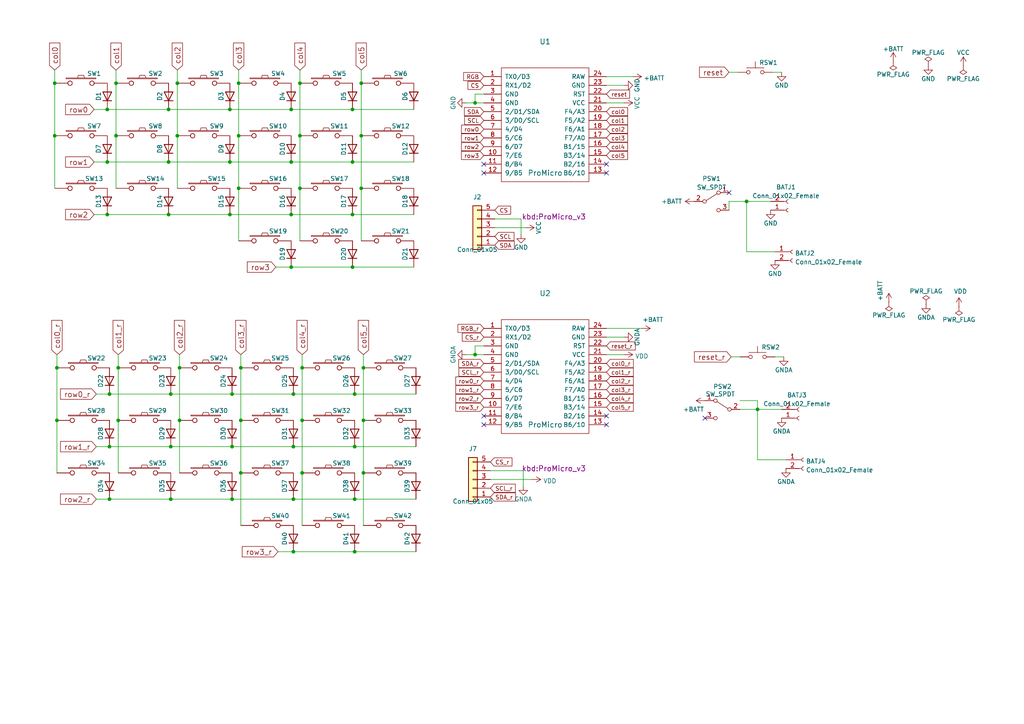
<source format=kicad_sch>
(kicad_sch (version 20230121) (generator eeschema)
  (paper "A4")
  (title_block (title "Corne Light") (date "2020-10-13") (rev "2.0") (company "foostan"))
  (junction (at 86.995 39.37))
  (junction (at 87.63 121.92))
  (junction (at 66.675 46.99))
  (junction (at 31.115 62.23))
  (junction (at 52.07 121.92))
  (junction (at 49.53 114.3))
  (junction (at 31.75 129.54))
  (junction (at 219.71 118.745))
  (junction (at 49.53 144.78))
  (junction (at 137.795 102.87))
  (junction (at 105.41 137.16))
  (junction (at 102.235 31.75))
  (junction (at 51.435 24.13))
  (junction (at 48.895 62.23))
  (junction (at 67.31 114.3))
  (junction (at 85.09 160.02))
  (junction (at 48.895 31.75))
  (junction (at 66.675 31.75))
  (junction (at 31.115 31.75))
  (junction (at 86.995 24.13))
  (junction (at 33.655 24.13))
  (junction (at 87.63 106.68))
  (junction (at 33.655 39.37))
  (junction (at 87.63 137.16))
  (junction (at 105.41 121.92))
  (junction (at 102.235 46.99))
  (junction (at 102.87 144.78))
  (junction (at 102.87 160.02))
  (junction (at 31.115 46.99))
  (junction (at 104.775 54.61))
  (junction (at 85.09 114.3))
  (junction (at 67.31 129.54))
  (junction (at 84.455 31.75))
  (junction (at 84.455 77.47))
  (junction (at 34.29 106.68))
  (junction (at 84.455 62.23))
  (junction (at 102.87 114.3))
  (junction (at 66.675 62.23))
  (junction (at 69.85 121.92))
  (junction (at 69.215 54.61))
  (junction (at 31.75 114.3))
  (junction (at 102.235 62.23))
  (junction (at 69.215 39.37))
  (junction (at 102.235 77.47))
  (junction (at 15.875 39.37))
  (junction (at 34.29 121.92))
  (junction (at 67.31 144.78))
  (junction (at 102.87 129.54))
  (junction (at 51.435 39.37))
  (junction (at 49.53 129.54))
  (junction (at 86.995 54.61))
  (junction (at 69.85 137.16))
  (junction (at 15.875 24.13))
  (junction (at 216.535 58.42))
  (junction (at 105.41 106.68))
  (junction (at 52.07 106.68))
  (junction (at 16.51 106.68))
  (junction (at 31.75 144.78))
  (junction (at 84.455 46.99))
  (junction (at 85.09 144.78))
  (junction (at 104.775 39.37))
  (junction (at 69.85 106.68))
  (junction (at 16.51 121.92))
  (junction (at 85.09 129.54))
  (junction (at 104.775 24.13))
  (junction (at 137.795 29.845))
  (junction (at 69.215 24.13))
  (junction (at 48.895 46.99))
  (no_connect (at 211.455 55.88))
  (no_connect (at 175.895 47.625))
  (no_connect (at 140.335 123.19))
  (no_connect (at 175.895 123.19))
  (no_connect (at 140.335 47.625))
  (no_connect (at 140.335 50.165))
  (no_connect (at 175.895 50.165))
  (no_connect (at 140.335 120.65))
  (no_connect (at 204.47 121.285))
  (no_connect (at 175.895 120.65))
  (wire (pts (xy 104.775 54.61) (xy 104.775 69.85)))
  (wire (pts (xy 104.775 24.13) (xy 104.775 39.37)))
  (wire (pts (xy 15.875 20.32) (xy 15.875 24.13)))
  (wire (pts (xy 34.29 106.68) (xy 34.29 121.92)))
  (wire (pts (xy 27.94 129.54) (xy 31.75 129.54)))
  (wire (pts (xy 86.995 20.32) (xy 86.995 24.13)))
  (wire (pts (xy 34.29 102.87) (xy 34.29 106.68)))
  (wire (pts (xy 175.895 102.87) (xy 180.975 102.87)))
  (wire (pts (xy 69.215 54.61) (xy 69.215 69.85)))
  (wire (pts (xy 219.71 118.745) (xy 226.695 118.745)))
  (wire (pts (xy 142.24 139.065) (xy 154.305 139.065)))
  (wire (pts (xy 105.41 106.68) (xy 105.41 121.92)))
  (wire (pts (xy 49.53 129.54) (xy 67.31 129.54)))
  (wire (pts (xy 66.675 31.75) (xy 84.455 31.75)))
  (wire (pts (xy 102.87 144.78) (xy 120.65 144.78)))
  (wire (pts (xy 31.75 129.54) (xy 49.53 129.54)))
  (wire (pts (xy 48.895 46.99) (xy 66.675 46.99)))
  (wire (pts (xy 27.305 46.99) (xy 31.115 46.99)))
  (wire (pts (xy 105.41 137.16) (xy 105.41 152.4)))
  (wire (pts (xy 16.51 121.92) (xy 16.51 137.16)))
  (wire (pts (xy 31.115 62.23) (xy 48.895 62.23)))
  (wire (pts (xy 137.795 27.305) (xy 137.795 29.845)))
  (wire (pts (xy 216.535 58.42) (xy 216.535 73.025)))
  (wire (pts (xy 219.71 116.205) (xy 219.71 118.745)))
  (wire (pts (xy 102.235 62.23) (xy 120.015 62.23)))
  (wire (pts (xy 87.63 102.87) (xy 87.63 106.68)))
  (wire (pts (xy 227.965 133.35) (xy 219.71 133.35)))
  (wire (pts (xy 212.09 103.505) (xy 214.63 103.505)))
  (wire (pts (xy 84.455 46.99) (xy 102.235 46.99)))
  (wire (pts (xy 135.255 29.845) (xy 137.795 29.845)))
  (wire (pts (xy 16.51 102.87) (xy 16.51 106.68)))
  (wire (pts (xy 224.79 103.505) (xy 227.33 103.505)))
  (wire (pts (xy 84.455 77.47) (xy 102.235 77.47)))
  (wire (pts (xy 31.75 144.78) (xy 49.53 144.78)))
  (wire (pts (xy 175.895 22.225) (xy 183.515 22.225)))
  (wire (pts (xy 84.455 31.75) (xy 102.235 31.75)))
  (wire (pts (xy 137.795 102.87) (xy 140.335 102.87)))
  (wire (pts (xy 52.07 106.68) (xy 52.07 121.92)))
  (wire (pts (xy 33.655 24.13) (xy 33.655 39.37)))
  (wire (pts (xy 102.87 129.54) (xy 120.65 129.54)))
  (wire (pts (xy 137.795 29.845) (xy 140.335 29.845)))
  (wire (pts (xy 151.765 136.525) (xy 151.765 140.97)))
  (wire (pts (xy 69.215 20.32) (xy 69.215 24.13)))
  (wire (pts (xy 140.335 27.305) (xy 137.795 27.305)))
  (wire (pts (xy 85.09 160.02) (xy 102.87 160.02)))
  (wire (pts (xy 211.455 58.42) (xy 211.455 60.96)))
  (wire (pts (xy 175.895 95.25) (xy 186.055 95.25)))
  (wire (pts (xy 175.895 97.79) (xy 180.975 97.79)))
  (wire (pts (xy 216.535 73.025) (xy 224.79 73.025)))
  (wire (pts (xy 137.795 100.33) (xy 137.795 102.87)))
  (wire (pts (xy 85.09 144.78) (xy 102.87 144.78)))
  (wire (pts (xy 151.13 67.945) (xy 151.13 63.5)))
  (wire (pts (xy 105.41 102.87) (xy 105.41 106.68)))
  (wire (pts (xy 66.675 62.23) (xy 84.455 62.23)))
  (wire (pts (xy 175.895 29.845) (xy 180.975 29.845)))
  (wire (pts (xy 224.155 20.955) (xy 226.695 20.955)))
  (wire (pts (xy 52.07 102.87) (xy 52.07 106.68)))
  (wire (pts (xy 214.63 118.745) (xy 219.71 118.745)))
  (wire (pts (xy 33.655 20.32) (xy 33.655 24.13)))
  (wire (pts (xy 27.305 62.23) (xy 31.115 62.23)))
  (wire (pts (xy 175.895 24.765) (xy 180.975 24.765)))
  (wire (pts (xy 211.455 58.42) (xy 216.535 58.42)))
  (wire (pts (xy 211.455 20.955) (xy 213.995 20.955)))
  (wire (pts (xy 142.24 136.525) (xy 151.765 136.525)))
  (wire (pts (xy 67.31 144.78) (xy 85.09 144.78)))
  (wire (pts (xy 51.435 24.13) (xy 51.435 39.37)))
  (wire (pts (xy 31.115 31.75) (xy 48.895 31.75)))
  (wire (pts (xy 102.235 77.47) (xy 120.015 77.47)))
  (wire (pts (xy 219.71 133.35) (xy 219.71 118.745)))
  (wire (pts (xy 67.31 114.3) (xy 85.09 114.3)))
  (wire (pts (xy 104.775 39.37) (xy 104.775 54.61)))
  (wire (pts (xy 48.895 31.75) (xy 66.675 31.75)))
  (wire (pts (xy 51.435 20.32) (xy 51.435 24.13)))
  (wire (pts (xy 69.85 137.16) (xy 69.85 152.4)))
  (wire (pts (xy 216.535 58.42) (xy 223.52 58.42)))
  (wire (pts (xy 69.215 24.13) (xy 69.215 39.37)))
  (wire (pts (xy 140.335 100.33) (xy 137.795 100.33)))
  (wire (pts (xy 102.87 114.3) (xy 120.65 114.3)))
  (wire (pts (xy 34.29 121.92) (xy 34.29 137.16)))
  (wire (pts (xy 49.53 114.3) (xy 67.31 114.3)))
  (wire (pts (xy 105.41 121.92) (xy 105.41 137.16)))
  (wire (pts (xy 15.875 39.37) (xy 15.875 54.61)))
  (wire (pts (xy 49.53 144.78) (xy 67.31 144.78)))
  (wire (pts (xy 66.675 46.99) (xy 84.455 46.99)))
  (wire (pts (xy 15.875 24.13) (xy 15.875 39.37)))
  (wire (pts (xy 84.455 62.23) (xy 102.235 62.23)))
  (wire (pts (xy 51.435 39.37) (xy 51.435 54.61)))
  (wire (pts (xy 102.87 160.02) (xy 120.65 160.02)))
  (wire (pts (xy 135.255 102.87) (xy 137.795 102.87)))
  (wire (pts (xy 87.63 137.16) (xy 87.63 152.4)))
  (wire (pts (xy 80.01 77.47) (xy 84.455 77.47)))
  (wire (pts (xy 85.09 129.54) (xy 102.87 129.54)))
  (wire (pts (xy 86.995 24.13) (xy 86.995 39.37)))
  (wire (pts (xy 104.775 20.32) (xy 104.775 24.13)))
  (wire (pts (xy 27.305 31.75) (xy 31.115 31.75)))
  (wire (pts (xy 86.995 39.37) (xy 86.995 54.61)))
  (wire (pts (xy 31.75 114.3) (xy 49.53 114.3)))
  (wire (pts (xy 143.51 66.04) (xy 152.4 66.04)))
  (wire (pts (xy 69.85 106.68) (xy 69.85 121.92)))
  (wire (pts (xy 102.235 46.99) (xy 120.015 46.99)))
  (wire (pts (xy 27.94 144.78) (xy 31.75 144.78)))
  (wire (pts (xy 27.94 114.3) (xy 31.75 114.3)))
  (wire (pts (xy 87.63 106.68) (xy 87.63 121.92)))
  (wire (pts (xy 80.645 160.02) (xy 85.09 160.02)))
  (wire (pts (xy 69.85 102.87) (xy 69.85 106.68)))
  (wire (pts (xy 102.235 31.75) (xy 120.015 31.75)))
  (wire (pts (xy 151.13 63.5) (xy 143.51 63.5)))
  (wire (pts (xy 48.895 62.23) (xy 66.675 62.23)))
  (wire (pts (xy 214.63 116.205) (xy 219.71 116.205)))
  (wire (pts (xy 85.09 114.3) (xy 102.87 114.3)))
  (wire (pts (xy 16.51 106.68) (xy 16.51 121.92)))
  (wire (pts (xy 69.215 39.37) (xy 69.215 54.61)))
  (wire (pts (xy 31.115 46.99) (xy 48.895 46.99)))
  (wire (pts (xy 52.07 121.92) (xy 52.07 137.16)))
  (wire (pts (xy 33.655 39.37) (xy 33.655 54.61)))
  (wire (pts (xy 86.995 54.61) (xy 86.995 69.85)))
  (wire (pts (xy 69.85 121.92) (xy 69.85 137.16)))
  (wire (pts (xy 87.63 121.92) (xy 87.63 137.16)))
  (wire (pts (xy 67.31 129.54) (xy 85.09 129.54)))
  (global_label "col2_r" (shape input) (at 175.895 110.49 0) (effects (font (size 1.1938 1.1938))) (property "Intersheetrefs" "${INTERSHEET_REFS}" (effects hide)))
  (global_label "CS" (shape input) (at 143.51 60.96 0) (effects (font (size 1.1938 1.1938))) (property "Intersheetrefs" "${INTERSHEET_REFS}" (effects hide)))
  (global_label "col3" (shape input) (at 69.215 20.32 90) (effects (font (size 1.524 1.524))) (property "Intersheetrefs" "${INTERSHEET_REFS}" (effects hide)))
  (global_label "RGB" (shape input) (at 140.335 22.225 180) (effects (font (size 1.1938 1.1938))) (property "Intersheetrefs" "${INTERSHEET_REFS}" (effects hide)))
  (global_label "col2_r" (shape input) (at 52.07 102.87 90) (effects (font (size 1.524 1.524))) (property "Intersheetrefs" "${INTERSHEET_REFS}" (effects hide)))
  (global_label "row2" (shape input) (at 140.335 42.545 180) (effects (font (size 1.1938 1.1938))) (property "Intersheetrefs" "${INTERSHEET_REFS}" (effects hide)))
  (global_label "SCL" (shape input) (at 143.51 68.58 0) (effects (font (size 1.1938 1.1938))) (property "Intersheetrefs" "${INTERSHEET_REFS}" (effects hide)))
  (global_label "row0" (shape input) (at 27.305 31.75 180) (effects (font (size 1.524 1.524))) (property "Intersheetrefs" "${INTERSHEET_REFS}" (effects hide)))
  (global_label "reset" (shape input) (at 211.455 20.955 180) (effects (font (size 1.524 1.524))) (property "Intersheetrefs" "${INTERSHEET_REFS}" (effects hide)))
  (global_label "reset_r" (shape input) (at 175.895 100.33 0) (effects (font (size 1.1938 1.1938))) (property "Intersheetrefs" "${INTERSHEET_REFS}" (effects hide)))
  (global_label "col0" (shape input) (at 175.895 32.385 0) (effects (font (size 1.1938 1.1938))) (property "Intersheetrefs" "${INTERSHEET_REFS}" (effects hide)))
  (global_label "col3_r" (shape input) (at 69.85 102.87 90) (effects (font (size 1.524 1.524))) (property "Intersheetrefs" "${INTERSHEET_REFS}" (effects hide)))
  (global_label "row3_r" (shape input) (at 140.335 118.11 180) (effects (font (size 1.1938 1.1938))) (property "Intersheetrefs" "${INTERSHEET_REFS}" (effects hide)))
  (global_label "row3" (shape input) (at 80.01 77.47 180) (effects (font (size 1.524 1.524))) (property "Intersheetrefs" "${INTERSHEET_REFS}" (effects hide)))
  (global_label "col2" (shape input) (at 175.895 37.465 0) (effects (font (size 1.1938 1.1938))) (property "Intersheetrefs" "${INTERSHEET_REFS}" (effects hide)))
  (global_label "SCL_r" (shape input) (at 140.335 107.95 180) (effects (font (size 1.1938 1.1938))) (property "Intersheetrefs" "${INTERSHEET_REFS}" (effects hide)))
  (global_label "row1_r" (shape input) (at 27.94 129.54 180) (effects (font (size 1.524 1.524))) (property "Intersheetrefs" "${INTERSHEET_REFS}" (effects hide)))
  (global_label "col2" (shape input) (at 51.435 20.32 90) (effects (font (size 1.524 1.524))) (property "Intersheetrefs" "${INTERSHEET_REFS}" (effects hide)))
  (global_label "col1_r" (shape input) (at 175.895 107.95 0) (effects (font (size 1.1938 1.1938))) (property "Intersheetrefs" "${INTERSHEET_REFS}" (effects hide)))
  (global_label "col4" (shape input) (at 175.895 42.545 0) (effects (font (size 1.1938 1.1938))) (property "Intersheetrefs" "${INTERSHEET_REFS}" (effects hide)))
  (global_label "reset_r" (shape input) (at 212.09 103.505 180) (effects (font (size 1.524 1.524))) (property "Intersheetrefs" "${INTERSHEET_REFS}" (effects hide)))
  (global_label "SDA" (shape input) (at 140.335 32.385 180) (effects (font (size 1.1938 1.1938))) (property "Intersheetrefs" "${INTERSHEET_REFS}" (effects hide)))
  (global_label "CS" (shape input) (at 140.335 24.765 180) (effects (font (size 1.1938 1.1938))) (property "Intersheetrefs" "${INTERSHEET_REFS}" (effects hide)))
  (global_label "SDA" (shape input) (at 143.51 71.12 0) (effects (font (size 1.1938 1.1938))) (property "Intersheetrefs" "${INTERSHEET_REFS}" (effects hide)))
  (global_label "col0" (shape input) (at 15.875 20.32 90) (effects (font (size 1.524 1.524))) (property "Intersheetrefs" "${INTERSHEET_REFS}" (effects hide)))
  (global_label "row3" (shape input) (at 140.335 45.085 180) (effects (font (size 1.1938 1.1938))) (property "Intersheetrefs" "${INTERSHEET_REFS}" (effects hide)))
  (global_label "row2_r" (shape input) (at 27.94 144.78 180) (effects (font (size 1.524 1.524))) (property "Intersheetrefs" "${INTERSHEET_REFS}" (effects hide)))
  (global_label "CS_r" (shape input) (at 142.24 133.985 0) (effects (font (size 1.1938 1.1938))) (property "Intersheetrefs" "${INTERSHEET_REFS}" (effects hide)))
  (global_label "col3_r" (shape input) (at 175.895 113.03 0) (effects (font (size 1.1938 1.1938))) (property "Intersheetrefs" "${INTERSHEET_REFS}" (effects hide)))
  (global_label "col5_r" (shape input) (at 175.895 118.11 0) (effects (font (size 1.1938 1.1938))) (property "Intersheetrefs" "${INTERSHEET_REFS}" (effects hide)))
  (global_label "row0_r" (shape input) (at 27.94 114.3 180) (effects (font (size 1.524 1.524))) (property "Intersheetrefs" "${INTERSHEET_REFS}" (effects hide)))
  (global_label "col4" (shape input) (at 86.995 20.32 90) (effects (font (size 1.524 1.524))) (property "Intersheetrefs" "${INTERSHEET_REFS}" (effects hide)))
  (global_label "row2" (shape input) (at 27.305 62.23 180) (effects (font (size 1.524 1.524))) (property "Intersheetrefs" "${INTERSHEET_REFS}" (effects hide)))
  (global_label "CS_r" (shape input) (at 140.335 97.79 180) (effects (font (size 1.1938 1.1938))) (property "Intersheetrefs" "${INTERSHEET_REFS}" (effects hide)))
  (global_label "SDA_r" (shape input) (at 140.335 105.41 180) (effects (font (size 1.1938 1.1938))) (property "Intersheetrefs" "${INTERSHEET_REFS}" (effects hide)))
  (global_label "col1" (shape input) (at 33.655 20.32 90) (effects (font (size 1.524 1.524))) (property "Intersheetrefs" "${INTERSHEET_REFS}" (effects hide)))
  (global_label "SCL" (shape input) (at 140.335 34.925 180) (effects (font (size 1.1938 1.1938))) (property "Intersheetrefs" "${INTERSHEET_REFS}" (effects hide)))
  (global_label "col5" (shape input) (at 104.775 20.32 90) (effects (font (size 1.524 1.524))) (property "Intersheetrefs" "${INTERSHEET_REFS}" (effects hide)))
  (global_label "SDA_r" (shape input) (at 142.24 144.145 0) (effects (font (size 1.1938 1.1938))) (property "Intersheetrefs" "${INTERSHEET_REFS}" (effects hide)))
  (global_label "col1_r" (shape input) (at 34.29 102.87 90) (effects (font (size 1.524 1.524))) (property "Intersheetrefs" "${INTERSHEET_REFS}" (effects hide)))
  (global_label "row1_r" (shape input) (at 140.335 113.03 180) (effects (font (size 1.1938 1.1938))) (property "Intersheetrefs" "${INTERSHEET_REFS}" (effects hide)))
  (global_label "col0_r" (shape input) (at 16.51 102.87 90) (effects (font (size 1.524 1.524))) (property "Intersheetrefs" "${INTERSHEET_REFS}" (effects hide)))
  (global_label "col1" (shape input) (at 175.895 34.925 0) (effects (font (size 1.1938 1.1938))) (property "Intersheetrefs" "${INTERSHEET_REFS}" (effects hide)))
  (global_label "col5" (shape input) (at 175.895 45.085 0) (effects (font (size 1.1938 1.1938))) (property "Intersheetrefs" "${INTERSHEET_REFS}" (effects hide)))
  (global_label "row3_r" (shape input) (at 80.645 160.02 180) (effects (font (size 1.524 1.524))) (property "Intersheetrefs" "${INTERSHEET_REFS}" (effects hide)))
  (global_label "col3" (shape input) (at 175.895 40.005 0) (effects (font (size 1.1938 1.1938))) (property "Intersheetrefs" "${INTERSHEET_REFS}" (effects hide)))
  (global_label "row1" (shape input) (at 140.335 40.005 180) (effects (font (size 1.1938 1.1938))) (property "Intersheetrefs" "${INTERSHEET_REFS}" (effects hide)))
  (global_label "reset" (shape input) (at 175.895 27.305 0) (effects (font (size 1.1938 1.1938))) (property "Intersheetrefs" "${INTERSHEET_REFS}" (effects hide)))
  (global_label "col4_r" (shape input) (at 175.895 115.57 0) (effects (font (size 1.1938 1.1938))) (property "Intersheetrefs" "${INTERSHEET_REFS}" (effects hide)))
  (global_label "col4_r" (shape input) (at 87.63 102.87 90) (effects (font (size 1.524 1.524))) (property "Intersheetrefs" "${INTERSHEET_REFS}" (effects hide)))
  (global_label "row0_r" (shape input) (at 140.335 110.49 180) (effects (font (size 1.1938 1.1938))) (property "Intersheetrefs" "${INTERSHEET_REFS}" (effects hide)))
  (global_label "SCL_r" (shape input) (at 142.24 141.605 0) (effects (font (size 1.1938 1.1938))) (property "Intersheetrefs" "${INTERSHEET_REFS}" (effects hide)))
  (global_label "col0_r" (shape input) (at 175.895 105.41 0) (effects (font (size 1.1938 1.1938))) (property "Intersheetrefs" "${INTERSHEET_REFS}" (effects hide)))
  (global_label "RGB_r" (shape input) (at 140.335 95.25 180) (effects (font (size 1.1938 1.1938))) (property "Intersheetrefs" "${INTERSHEET_REFS}" (effects hide)))
  (global_label "row0" (shape input) (at 140.335 37.465 180) (effects (font (size 1.1938 1.1938))) (property "Intersheetrefs" "${INTERSHEET_REFS}" (effects hide)))
  (global_label "col5_r" (shape input) (at 105.41 102.87 90) (effects (font (size 1.524 1.524))) (property "Intersheetrefs" "${INTERSHEET_REFS}" (effects hide)))
  (global_label "row1" (shape input) (at 27.305 46.99 180) (effects (font (size 1.524 1.524))) (property "Intersheetrefs" "${INTERSHEET_REFS}" (effects hide)))
  (global_label "row2_r" (shape input) (at 140.335 115.57 180) (effects (font (size 1.1938 1.1938))) (property "Intersheetrefs" "${INTERSHEET_REFS}" (effects hide)))
  (symbol (lib_id "kbd:ProMicro") (at 158.115 36.195 0) (unit 1) (in_bom no)
    (property "Reference" "U1" (at 158.115 12.065 0) (effects (font (size 1.524 1.524))))
    (property "Value" "ProMicro" (at 158.115 50.165 0) (effects (font (size 1.524 1.524))))
    (property "Footprint" "kbd:ProMicro_v3" (at 160.655 62.865 0) (effects (font (size 1.524 1.524))))
  )
  (symbol (lib_id "kbd:SW_PUSH") (at 41.275 24.13 0) (unit 1)
    (property "Reference" "SW2" (at 45.085 21.336 0))
    (property "Value" "Kailh PG1350" (effects hide))
    (property "Footprint" "kbd:ChocV1_V2_Hotswap" (effects hide))
    (property "LCSC" "C5333465" (effects hide))
  )
  (symbol (lib_id "kbd:D") (at 48.895 27.94 90) (unit 1)
    (property "Reference" "D2" (at 46.355 27.94 0))
    (property "Value" "0805 1n4148 SOD-123" (effects hide))
    (property "Footprint" "kbd:D3_TH" (effects hide))
    (property "Sim.Device" "D" (effects hide))
    (property "Sim.Pins" "1=K 2=A" (effects hide))
    (property "LCSC" "C444720" (effects hide))
    (property "JLC" "0805" (effects hide))
  )
  (symbol (lib_id "kbd:SW_PUSH") (at 59.055 24.13 0) (unit 1)
    (property "Reference" "SW3" (at 62.865 21.336 0))
    (property "Value" "Kailh PG1350" (effects hide))
    (property "Footprint" "kbd:ChocV1_V2_Hotswap" (effects hide))
    (property "LCSC" "C5333465" (effects hide))
  )
  (symbol (lib_id "kbd:D") (at 66.675 27.94 90) (unit 1)
    (property "Reference" "D3" (at 64.135 27.94 0))
    (property "Value" "0805 1n4148 SOD-123" (effects hide))
    (property "Footprint" "kbd:D3_TH" (effects hide))
    (property "Sim.Device" "D" (effects hide))
    (property "Sim.Pins" "1=K 2=A" (effects hide))
    (property "LCSC" "C444720" (effects hide))
    (property "JLC" "0805" (effects hide))
  )
  (symbol (lib_id "kbd:SW_PUSH") (at 76.835 24.13 0) (unit 1)
    (property "Reference" "SW4" (at 80.645 21.336 0))
    (property "Value" "Kailh PG1350" (effects hide))
    (property "Footprint" "kbd:ChocV1_V2_Hotswap" (effects hide))
    (property "LCSC" "C5333465" (effects hide))
  )
  (symbol (lib_id "kbd:SW_PUSH") (at 94.615 24.13 0) (unit 1)
    (property "Reference" "SW5" (at 98.425 21.336 0))
    (property "Value" "Kailh PG1350" (effects hide))
    (property "Footprint" "kbd:ChocV1_V2_Hotswap" (effects hide))
    (property "LCSC" "C5333465" (effects hide))
  )
  (symbol (lib_id "kbd:SW_PUSH") (at 112.395 24.13 0) (unit 1)
    (property "Reference" "SW6" (at 116.205 21.336 0))
    (property "Value" "Kailh PG1350" (effects hide))
    (property "Footprint" "kbd:ChocV1_V2_Hotswap" (effects hide))
    (property "LCSC" "C5333465" (effects hide))
  )
  (symbol (lib_id "kbd:D") (at 84.455 27.94 90) (unit 1)
    (property "Reference" "D4" (at 81.915 27.94 0))
    (property "Value" "0805 1n4148 SOD-123" (effects hide))
    (property "Footprint" "kbd:D3_TH" (effects hide))
    (property "Sim.Device" "D" (effects hide))
    (property "Sim.Pins" "1=K 2=A" (effects hide))
    (property "LCSC" "C444720" (effects hide))
    (property "JLC" "0805" (effects hide))
  )
  (symbol (lib_id "kbd:D") (at 102.235 27.94 90) (unit 1)
    (property "Reference" "D5" (at 99.695 27.94 0))
    (property "Value" "0805 1n4148 SOD-123" (effects hide))
    (property "Footprint" "kbd:D3_TH" (effects hide))
    (property "Sim.Device" "D" (effects hide))
    (property "Sim.Pins" "1=K 2=A" (effects hide))
    (property "LCSC" "C444720" (effects hide))
    (property "JLC" "0805" (effects hide))
  )
  (symbol (lib_id "kbd:D") (at 120.015 27.94 90) (unit 1)
    (property "Reference" "D6" (at 117.475 27.94 0))
    (property "Value" "0805 1n4148 SOD-123" (effects hide))
    (property "Footprint" "kbd:D3_TH" (effects hide))
    (property "Sim.Device" "D" (effects hide))
    (property "Sim.Pins" "1=K 2=A" (effects hide))
    (property "LCSC" "C444720" (effects hide))
    (property "JLC" "0805" (effects hide))
  )
  (symbol (lib_id "kbd:SW_PUSH") (at 23.495 24.13 0) (unit 1)
    (property "Reference" "SW1" (at 27.305 21.336 0))
    (property "Value" "Kailh PG1350" (effects hide))
    (property "Footprint" "kbd:ChocV1_V2_Hotswap" (effects hide))
    (property "LCSC" "C5333465" (effects hide))
  )
  (symbol (lib_id "kbd:D") (at 31.115 27.94 90) (unit 1)
    (property "Reference" "D1" (at 28.575 27.94 0))
    (property "Value" "0805 1n4148 SOD-123" (effects hide))
    (property "Footprint" "kbd:D3_TH" (effects hide))
    (property "Sim.Device" "D" (effects hide))
    (property "Sim.Pins" "1=K 2=A" (effects hide))
    (property "LCSC" "C444720" (effects hide))
    (property "JLC" "0805" (effects hide))
  )
  (symbol (lib_id "kbd:SW_PUSH") (at 41.275 39.37 0) (unit 1)
    (property "Reference" "SW8" (at 45.085 36.576 0))
    (property "Value" "Kailh PG1350" (effects hide))
    (property "Footprint" "kbd:ChocV1_V2_Hotswap" (effects hide))
    (property "LCSC" "C5333465" (effects hide))
  )
  (symbol (lib_id "kbd:D") (at 48.895 43.18 90) (unit 1)
    (property "Reference" "D8" (at 46.355 43.18 0))
    (property "Value" "0805 1n4148 SOD-123" (effects hide))
    (property "Footprint" "kbd:D3_TH" (effects hide))
    (property "Sim.Device" "D" (effects hide))
    (property "Sim.Pins" "1=K 2=A" (effects hide))
    (property "LCSC" "C444720" (effects hide))
    (property "JLC" "0805" (effects hide))
  )
  (symbol (lib_id "kbd:SW_PUSH") (at 59.055 39.37 0) (unit 1)
    (property "Reference" "SW9" (at 62.865 36.576 0))
    (property "Value" "Kailh PG1350" (effects hide))
    (property "Footprint" "kbd:ChocV1_V2_Hotswap" (effects hide))
    (property "LCSC" "C5333465" (effects hide))
  )
  (symbol (lib_id "kbd:D") (at 66.675 43.18 90) (unit 1)
    (property "Reference" "D9" (at 64.135 43.18 0))
    (property "Value" "0805 1n4148 SOD-123" (effects hide))
    (property "Footprint" "kbd:D3_TH" (effects hide))
    (property "Sim.Device" "D" (effects hide))
    (property "Sim.Pins" "1=K 2=A" (effects hide))
    (property "LCSC" "C444720" (effects hide))
    (property "JLC" "0805" (effects hide))
  )
  (symbol (lib_id "kbd:SW_PUSH") (at 76.835 39.37 0) (unit 1)
    (property "Reference" "SW10" (at 80.645 36.576 0))
    (property "Value" "Kailh PG1350" (effects hide))
    (property "Footprint" "kbd:ChocV1_V2_Hotswap" (effects hide))
    (property "LCSC" "C5333465" (effects hide))
  )
  (symbol (lib_id "kbd:SW_PUSH") (at 94.615 39.37 0) (unit 1)
    (property "Reference" "SW11" (at 98.425 36.576 0))
    (property "Value" "Kailh PG1350" (effects hide))
    (property "Footprint" "kbd:ChocV1_V2_Hotswap" (effects hide))
    (property "LCSC" "C5333465" (effects hide))
  )
  (symbol (lib_id "kbd:SW_PUSH") (at 112.395 39.37 0) (unit 1)
    (property "Reference" "SW12" (at 116.205 36.576 0))
    (property "Value" "Kailh PG1350" (effects hide))
    (property "Footprint" "kbd:ChocV1_V2_Hotswap" (effects hide))
    (property "LCSC" "C5333465" (effects hide))
  )
  (symbol (lib_id "kbd:D") (at 84.455 43.18 90) (unit 1)
    (property "Reference" "D10" (at 81.915 43.18 0))
    (property "Value" "0805 1n4148 SOD-123" (effects hide))
    (property "Footprint" "kbd:D3_TH" (effects hide))
    (property "Sim.Device" "D" (effects hide))
    (property "Sim.Pins" "1=K 2=A" (effects hide))
    (property "LCSC" "C444720" (effects hide))
    (property "JLC" "0805" (effects hide))
  )
  (symbol (lib_id "kbd:D") (at 102.235 43.18 90) (unit 1)
    (property "Reference" "D11" (at 99.695 43.18 0))
    (property "Value" "0805 1n4148 SOD-123" (effects hide))
    (property "Footprint" "kbd:D3_TH" (effects hide))
    (property "Sim.Device" "D" (effects hide))
    (property "Sim.Pins" "1=K 2=A" (effects hide))
    (property "LCSC" "C444720" (effects hide))
    (property "JLC" "0805" (effects hide))
  )
  (symbol (lib_id "kbd:D") (at 120.015 43.18 90) (unit 1)
    (property "Reference" "D12" (at 117.475 43.18 0))
    (property "Value" "0805 1n4148 SOD-123" (effects hide))
    (property "Footprint" "kbd:D3_TH" (effects hide))
    (property "Sim.Device" "D" (effects hide))
    (property "Sim.Pins" "1=K 2=A" (effects hide))
    (property "LCSC" "C444720" (effects hide))
    (property "JLC" "0805" (effects hide))
  )
  (symbol (lib_id "kbd:SW_PUSH") (at 23.495 39.37 0) (unit 1)
    (property "Reference" "SW7" (at 27.305 36.576 0))
    (property "Value" "Kailh PG1350" (effects hide))
    (property "Footprint" "kbd:ChocV1_V2_Hotswap" (effects hide))
    (property "LCSC" "C5333465" (effects hide))
  )
  (symbol (lib_id "kbd:D") (at 31.115 43.18 90) (unit 1)
    (property "Reference" "D7" (at 28.575 43.18 0))
    (property "Value" "0805 1n4148 SOD-123" (effects hide))
    (property "Footprint" "kbd:D3_TH" (effects hide))
    (property "Sim.Device" "D" (effects hide))
    (property "Sim.Pins" "1=K 2=A" (effects hide))
    (property "LCSC" "C444720" (effects hide))
    (property "JLC" "0805" (effects hide))
  )
  (symbol (lib_id "kbd:SW_PUSH") (at 41.275 54.61 0) (unit 1)
    (property "Reference" "SW14" (at 45.085 51.816 0))
    (property "Value" "Kailh PG1350" (effects hide))
    (property "Footprint" "kbd:ChocV1_V2_Hotswap" (effects hide))
    (property "LCSC" "C5333465" (effects hide))
  )
  (symbol (lib_id "kbd:D") (at 48.895 58.42 90) (unit 1)
    (property "Reference" "D14" (at 46.355 58.42 0))
    (property "Value" "0805 1n4148 SOD-123" (effects hide))
    (property "Footprint" "kbd:D3_TH" (effects hide))
    (property "Sim.Device" "D" (effects hide))
    (property "Sim.Pins" "1=K 2=A" (effects hide))
    (property "LCSC" "C444720" (effects hide))
    (property "JLC" "0805" (effects hide))
  )
  (symbol (lib_id "kbd:SW_PUSH") (at 59.055 54.61 0) (unit 1)
    (property "Reference" "SW15" (at 62.865 51.816 0))
    (property "Value" "Kailh PG1350" (effects hide))
    (property "Footprint" "kbd:ChocV1_V2_Hotswap" (effects hide))
    (property "LCSC" "C5333465" (effects hide))
  )
  (symbol (lib_id "kbd:D") (at 66.675 58.42 90) (unit 1)
    (property "Reference" "D15" (at 64.135 58.42 0))
    (property "Value" "0805 1n4148 SOD-123" (effects hide))
    (property "Footprint" "kbd:D3_TH" (effects hide))
    (property "Sim.Device" "D" (effects hide))
    (property "Sim.Pins" "1=K 2=A" (effects hide))
    (property "LCSC" "C444720" (effects hide))
    (property "JLC" "0805" (effects hide))
  )
  (symbol (lib_id "kbd:SW_PUSH") (at 76.835 54.61 0) (unit 1)
    (property "Reference" "SW16" (at 80.645 51.816 0))
    (property "Value" "Kailh PG1350" (effects hide))
    (property "Footprint" "kbd:ChocV1_V2_Hotswap" (effects hide))
    (property "LCSC" "C5333465" (effects hide))
  )
  (symbol (lib_id "kbd:SW_PUSH") (at 94.615 54.61 0) (unit 1)
    (property "Reference" "SW17" (at 98.425 51.816 0))
    (property "Value" "Kailh PG1350" (effects hide))
    (property "Footprint" "kbd:ChocV1_V2_Hotswap" (effects hide))
    (property "LCSC" "C5333465" (effects hide))
  )
  (symbol (lib_id "kbd:SW_PUSH") (at 112.395 54.61 0) (unit 1)
    (property "Reference" "SW18" (at 116.205 51.816 0))
    (property "Value" "Kailh PG1350" (effects hide))
    (property "Footprint" "kbd:ChocV1_V2_Hotswap" (effects hide))
    (property "LCSC" "C5333465" (effects hide))
  )
  (symbol (lib_id "kbd:D") (at 84.455 58.42 90) (unit 1)
    (property "Reference" "D16" (at 81.915 58.42 0))
    (property "Value" "0805 1n4148 SOD-123" (effects hide))
    (property "Footprint" "kbd:D3_TH" (effects hide))
    (property "Sim.Device" "D" (effects hide))
    (property "Sim.Pins" "1=K 2=A" (effects hide))
    (property "LCSC" "C444720" (effects hide))
    (property "JLC" "0805" (effects hide))
  )
  (symbol (lib_id "kbd:D") (at 102.235 58.42 90) (unit 1)
    (property "Reference" "D17" (at 99.695 58.42 0))
    (property "Value" "0805 1n4148 SOD-123" (effects hide))
    (property "Footprint" "kbd:D3_TH" (effects hide))
    (property "Sim.Device" "D" (effects hide))
    (property "Sim.Pins" "1=K 2=A" (effects hide))
    (property "LCSC" "C444720" (effects hide))
    (property "JLC" "0805" (effects hide))
  )
  (symbol (lib_id "kbd:D") (at 120.015 58.42 90) (unit 1)
    (property "Reference" "D18" (at 117.475 58.42 0))
    (property "Value" "0805 1n4148 SOD-123" (effects hide))
    (property "Footprint" "kbd:D3_TH" (effects hide))
    (property "Sim.Device" "D" (effects hide))
    (property "Sim.Pins" "1=K 2=A" (effects hide))
    (property "LCSC" "C444720" (effects hide))
    (property "JLC" "0805" (effects hide))
  )
  (symbol (lib_id "kbd:SW_PUSH") (at 23.495 54.61 0) (unit 1)
    (property "Reference" "SW13" (at 27.305 51.816 0))
    (property "Value" "Kailh PG1350" (effects hide))
    (property "Footprint" "kbd:ChocV1_V2_Hotswap" (effects hide))
    (property "LCSC" "C5333465" (effects hide))
  )
  (symbol (lib_id "kbd:D") (at 31.115 58.42 90) (unit 1)
    (property "Reference" "D13" (at 28.575 58.42 0))
    (property "Value" "0805 1n4148 SOD-123" (effects hide))
    (property "Footprint" "kbd:D3_TH" (effects hide))
    (property "Sim.Device" "D" (effects hide))
    (property "Sim.Pins" "1=K 2=A" (effects hide))
    (property "LCSC" "C444720" (effects hide))
    (property "JLC" "0805" (effects hide))
  )
  (symbol (lib_id "kbd:SW_PUSH") (at 94.615 69.85 0) (unit 1)
    (property "Reference" "SW20" (at 98.425 67.056 0))
    (property "Value" "Kailh PG1350" (effects hide))
    (property "Footprint" "kbd:ChocV1_V2_Hotswap" (effects hide))
    (property "LCSC" "C5333465" (effects hide))
  )
  (symbol (lib_id "kbd:D") (at 102.235 73.66 90) (unit 1)
    (property "Reference" "D20" (at 99.695 73.66 0))
    (property "Value" "0805 1n4148 SOD-123" (effects hide))
    (property "Footprint" "kbd:D3_TH" (effects hide))
    (property "Sim.Device" "D" (effects hide))
    (property "Sim.Pins" "1=K 2=A" (effects hide))
    (property "LCSC" "C444720" (effects hide))
    (property "JLC" "0805" (effects hide))
  )
  (symbol (lib_id "kbd:SW_PUSH_1.5") (at 112.395 69.85 0) (unit 1)
    (property "Reference" "SW21" (at 116.205 67.056 0))
    (property "Value" "Kailh PG1350" (effects hide))
    (property "Footprint" "kbd:ChocV1_V2_Hotswap_1.5u" (effects hide))
    (property "LCSC" "C5333465" (effects hide))
  )
  (symbol (lib_id "kbd:D") (at 120.015 73.66 90) (unit 1)
    (property "Reference" "D21" (at 117.475 73.66 0))
    (property "Value" "0805 1n4148 SOD-123" (effects hide))
    (property "Footprint" "kbd:D3_TH" (effects hide))
    (property "Sim.Device" "D" (effects hide))
    (property "Sim.Pins" "1=K 2=A" (effects hide))
    (property "LCSC" "C444720" (effects hide))
    (property "JLC" "0805" (effects hide))
  )
  (symbol (lib_id "kbd:SW_PUSH") (at 76.835 69.85 0) (unit 1)
    (property "Reference" "SW19" (at 80.645 67.056 0))
    (property "Value" "Kailh PG1350" (effects hide))
    (property "Footprint" "kbd:ChocV1_V2_Hotswap" (effects hide))
    (property "LCSC" "C5333465" (effects hide))
  )
  (symbol (lib_id "kbd:D") (at 84.455 73.66 90) (unit 1)
    (property "Reference" "D19" (at 81.915 73.66 0))
    (property "Value" "0805 1n4148 SOD-123" (effects hide))
    (property "Footprint" "kbd:D3_TH" (effects hide))
    (property "Sim.Device" "D" (effects hide))
    (property "Sim.Pins" "1=K 2=A" (effects hide))
    (property "LCSC" "C444720" (effects hide))
    (property "JLC" "0805" (effects hide))
  )
  (symbol (lib_id "power:GND") (at 180.975 24.765 90) (unit 1)
    (property "Reference" "#PWR03" (effects hide))
    (property "Value" "GND" (at 184.785 24.765 0))
  )
  (symbol (lib_id "power:VCC") (at 180.975 29.845 270) (unit 1)
    (property "Reference" "#PWR05" (effects hide))
    (property "Value" "VCC" (at 184.785 29.845 0))
  )
  (symbol (lib_id "power:GND") (at 135.255 29.845 270) (unit 1)
    (property "Reference" "#PWR04" (effects hide))
    (property "Value" "GND" (at 131.445 29.845 0))
  )
  (symbol (lib_id "power:GND") (at 269.24 19.05 0) (unit 1)
    (property "Reference" "#PWR01" (effects hide))
    (property "Value" "GND" (at 269.24 22.86 0))
  )
  (symbol (lib_id "power:VCC") (at 279.4 19.05 0) (unit 1)
    (property "Reference" "#PWR02" (effects hide))
    (property "Value" "VCC" (at 279.4 15.24 0))
  )
  (symbol (lib_id "power:PWR_FLAG") (at 279.4 19.05 180) (unit 1)
    (property "Reference" "#FLG02" (effects hide))
    (property "Value" "PWR_FLAG" (at 279.4 22.86 0))
  )
  (symbol (lib_id "power:PWR_FLAG") (at 269.24 19.05 0) (unit 1)
    (property "Reference" "#FLG01" (effects hide))
    (property "Value" "PWR_FLAG" (at 269.24 15.24 0))
  )
  (symbol (lib_id "kbd:SW_Push_Reset") (at 219.075 20.955 0) (unit 1) (in_bom no)
    (property "Reference" "RSW1" (at 222.885 18.161 0))
    (property "Value" "SW_Push_Reset" (effects hide))
    (property "Footprint" "kbd:ResetSW_1side" (effects hide))
    (property "LCSC" "C5333465" (effects hide))
  )
  (symbol (lib_id "power:GND") (at 226.695 20.955 0) (unit 1)
    (property "Reference" "#PWR07" (effects hide))
    (property "Value" "GND" (at 226.695 24.765 0))
  )
  (symbol (lib_id "Connector_Generic:Conn_01x05") (at 138.43 66.04 180) (unit 1) (in_bom no)
    (property "Reference" "J2" (at 138.43 57.15 0))
    (property "Value" "Conn_01x05" (at 138.43 72.39 0))
    (property "Footprint" "nice_view:nice_view_1side" (effects hide))
  )
  (symbol (lib_id "power:GND") (at 151.13 67.945 0) (unit 1)
    (property "Reference" "#PWR019" (effects hide))
    (property "Value" "GND" (at 151.13 71.755 0))
  )
  (symbol (lib_id "power:VCC") (at 152.4 66.04 270) (unit 1)
    (property "Reference" "#PWR018" (effects hide))
    (property "Value" "VCC" (at 156.21 66.04 0))
  )
  (symbol (lib_id "kbd:ProMicro") (at 158.115 109.22 0) (unit 1) (in_bom no)
    (property "Reference" "U2" (at 158.115 85.09 0) (effects (font (size 1.524 1.524))))
    (property "Value" "ProMicro" (at 158.115 123.19 0) (effects (font (size 1.524 1.524))))
    (property "Footprint" "kbd:ProMicro_v3" (at 160.655 135.89 0) (effects (font (size 1.524 1.524))))
  )
  (symbol (lib_id "kbd:SW_PUSH") (at 41.91 106.68 0) (unit 1)
    (property "Reference" "SW23" (at 45.72 103.886 0))
    (property "Value" "Kailh PG1350" (effects hide))
    (property "Footprint" "kbd:ChocV1_V2_Hotswap" (effects hide))
    (property "LCSC" "C5333465" (effects hide))
  )
  (symbol (lib_id "kbd:D") (at 49.53 110.49 90) (unit 1)
    (property "Reference" "D23" (at 46.99 110.49 0))
    (property "Value" "0805 1n4148 SOD-123" (effects hide))
    (property "Footprint" "kbd:D3_TH" (effects hide))
    (property "Sim.Device" "D" (effects hide))
    (property "Sim.Pins" "1=K 2=A" (effects hide))
    (property "LCSC" "C444720" (effects hide))
    (property "JLC" "0805" (effects hide))
  )
  (symbol (lib_id "kbd:SW_PUSH") (at 59.69 106.68 0) (unit 1)
    (property "Reference" "SW24" (at 63.5 103.886 0))
    (property "Value" "Kailh PG1350" (effects hide))
    (property "Footprint" "kbd:ChocV1_V2_Hotswap" (effects hide))
    (property "LCSC" "C5333465" (effects hide))
  )
  (symbol (lib_id "kbd:D") (at 67.31 110.49 90) (unit 1)
    (property "Reference" "D24" (at 64.77 110.49 0))
    (property "Value" "0805 1n4148 SOD-123" (effects hide))
    (property "Footprint" "kbd:D3_TH" (effects hide))
    (property "Sim.Device" "D" (effects hide))
    (property "Sim.Pins" "1=K 2=A" (effects hide))
    (property "LCSC" "C444720" (effects hide))
    (property "JLC" "0805" (effects hide))
  )
  (symbol (lib_id "kbd:SW_PUSH") (at 77.47 106.68 0) (unit 1)
    (property "Reference" "SW25" (at 81.28 103.886 0))
    (property "Value" "Kailh PG1350" (effects hide))
    (property "Footprint" "kbd:ChocV1_V2_Hotswap" (effects hide))
    (property "LCSC" "C5333465" (effects hide))
  )
  (symbol (lib_id "kbd:SW_PUSH") (at 95.25 106.68 0) (unit 1)
    (property "Reference" "SW26" (at 99.06 103.886 0))
    (property "Value" "Kailh PG1350" (effects hide))
    (property "Footprint" "kbd:ChocV1_V2_Hotswap" (effects hide))
    (property "LCSC" "C5333465" (effects hide))
  )
  (symbol (lib_id "kbd:SW_PUSH") (at 113.03 106.68 0) (unit 1)
    (property "Reference" "SW27" (at 116.84 103.886 0))
    (property "Value" "Kailh PG1350" (effects hide))
    (property "Footprint" "kbd:ChocV1_V2_Hotswap" (effects hide))
    (property "LCSC" "C5333465" (effects hide))
  )
  (symbol (lib_id "kbd:D") (at 85.09 110.49 90) (unit 1)
    (property "Reference" "D25" (at 82.55 110.49 0))
    (property "Value" "0805 1n4148 SOD-123" (effects hide))
    (property "Footprint" "kbd:D3_TH" (effects hide))
    (property "Sim.Device" "D" (effects hide))
    (property "Sim.Pins" "1=K 2=A" (effects hide))
    (property "LCSC" "C444720" (effects hide))
    (property "JLC" "0805" (effects hide))
  )
  (symbol (lib_id "kbd:D") (at 102.87 110.49 90) (unit 1)
    (property "Reference" "D26" (at 100.33 110.49 0))
    (property "Value" "0805 1n4148 SOD-123" (effects hide))
    (property "Footprint" "kbd:D3_TH" (effects hide))
    (property "Sim.Device" "D" (effects hide))
    (property "Sim.Pins" "1=K 2=A" (effects hide))
    (property "LCSC" "C444720" (effects hide))
    (property "JLC" "0805" (effects hide))
  )
  (symbol (lib_id "kbd:D") (at 120.65 110.49 90) (unit 1)
    (property "Reference" "D27" (at 118.11 110.49 0))
    (property "Value" "0805 1n4148 SOD-123" (effects hide))
    (property "Footprint" "kbd:D3_TH" (effects hide))
    (property "Sim.Device" "D" (effects hide))
    (property "Sim.Pins" "1=K 2=A" (effects hide))
    (property "LCSC" "C444720" (effects hide))
    (property "JLC" "0805" (effects hide))
  )
  (symbol (lib_id "kbd:SW_PUSH") (at 24.13 106.68 0) (unit 1)
    (property "Reference" "SW22" (at 27.94 103.886 0))
    (property "Value" "Kailh PG1350" (effects hide))
    (property "Footprint" "kbd:ChocV1_V2_Hotswap" (effects hide))
    (property "LCSC" "C5333465" (effects hide))
  )
  (symbol (lib_id "kbd:D") (at 31.75 110.49 90) (unit 1)
    (property "Reference" "D22" (at 29.21 110.49 0))
    (property "Value" "0805 1n4148 SOD-123" (effects hide))
    (property "Footprint" "kbd:D3_TH" (effects hide))
    (property "Sim.Device" "D" (effects hide))
    (property "Sim.Pins" "1=K 2=A" (effects hide))
    (property "LCSC" "C444720" (effects hide))
    (property "JLC" "0805" (effects hide))
  )
  (symbol (lib_id "kbd:SW_PUSH") (at 41.91 121.92 0) (unit 1)
    (property "Reference" "SW29" (at 45.72 119.126 0))
    (property "Value" "Kailh PG1350" (effects hide))
    (property "Footprint" "kbd:ChocV1_V2_Hotswap" (effects hide))
    (property "LCSC" "C5333465" (effects hide))
  )
  (symbol (lib_id "kbd:D") (at 49.53 125.73 90) (unit 1)
    (property "Reference" "D29" (at 46.99 125.73 0))
    (property "Value" "0805 1n4148 SOD-123" (effects hide))
    (property "Footprint" "kbd:D3_TH" (effects hide))
    (property "Sim.Device" "D" (effects hide))
    (property "Sim.Pins" "1=K 2=A" (effects hide))
    (property "LCSC" "C444720" (effects hide))
    (property "JLC" "0805" (effects hide))
  )
  (symbol (lib_id "kbd:SW_PUSH") (at 59.69 121.92 0) (unit 1)
    (property "Reference" "SW30" (at 63.5 119.126 0))
    (property "Value" "Kailh PG1350" (effects hide))
    (property "Footprint" "kbd:ChocV1_V2_Hotswap" (effects hide))
    (property "LCSC" "C5333465" (effects hide))
  )
  (symbol (lib_id "kbd:D") (at 67.31 125.73 90) (unit 1)
    (property "Reference" "D30" (at 64.77 125.73 0))
    (property "Value" "0805 1n4148 SOD-123" (effects hide))
    (property "Footprint" "kbd:D3_TH" (effects hide))
    (property "Sim.Device" "D" (effects hide))
    (property "Sim.Pins" "1=K 2=A" (effects hide))
    (property "LCSC" "C444720" (effects hide))
    (property "JLC" "0805" (effects hide))
  )
  (symbol (lib_id "kbd:SW_PUSH") (at 77.47 121.92 0) (unit 1)
    (property "Reference" "SW31" (at 81.28 119.126 0))
    (property "Value" "Kailh PG1350" (effects hide))
    (property "Footprint" "kbd:ChocV1_V2_Hotswap" (effects hide))
    (property "LCSC" "C5333465" (effects hide))
  )
  (symbol (lib_id "kbd:SW_PUSH") (at 95.25 121.92 0) (unit 1)
    (property "Reference" "SW32" (at 99.06 119.126 0))
    (property "Value" "Kailh PG1350" (effects hide))
    (property "Footprint" "kbd:ChocV1_V2_Hotswap" (effects hide))
    (property "LCSC" "C5333465" (effects hide))
  )
  (symbol (lib_id "kbd:SW_PUSH") (at 113.03 121.92 0) (unit 1)
    (property "Reference" "SW33" (at 116.84 119.126 0))
    (property "Value" "Kailh PG1350" (effects hide))
    (property "Footprint" "kbd:ChocV1_V2_Hotswap" (effects hide))
    (property "LCSC" "C5333465" (effects hide))
  )
  (symbol (lib_id "kbd:D") (at 85.09 125.73 90) (unit 1)
    (property "Reference" "D31" (at 82.55 125.73 0))
    (property "Value" "0805 1n4148 SOD-123" (effects hide))
    (property "Footprint" "kbd:D3_TH" (effects hide))
    (property "Sim.Device" "D" (effects hide))
    (property "Sim.Pins" "1=K 2=A" (effects hide))
    (property "LCSC" "C444720" (effects hide))
    (property "JLC" "0805" (effects hide))
  )
  (symbol (lib_id "kbd:D") (at 102.87 125.73 90) (unit 1)
    (property "Reference" "D32" (at 100.33 125.73 0))
    (property "Value" "0805 1n4148 SOD-123" (effects hide))
    (property "Footprint" "kbd:D3_TH" (effects hide))
    (property "Sim.Device" "D" (effects hide))
    (property "Sim.Pins" "1=K 2=A" (effects hide))
    (property "LCSC" "C444720" (effects hide))
    (property "JLC" "0805" (effects hide))
  )
  (symbol (lib_id "kbd:D") (at 120.65 125.73 90) (unit 1)
    (property "Reference" "D33" (at 118.11 125.73 0))
    (property "Value" "0805 1n4148 SOD-123" (effects hide))
    (property "Footprint" "kbd:D3_TH" (effects hide))
    (property "Sim.Device" "D" (effects hide))
    (property "Sim.Pins" "1=K 2=A" (effects hide))
    (property "LCSC" "C444720" (effects hide))
    (property "JLC" "0805" (effects hide))
  )
  (symbol (lib_id "kbd:SW_PUSH") (at 24.13 121.92 0) (unit 1)
    (property "Reference" "SW28" (at 27.94 119.126 0))
    (property "Value" "Kailh PG1350" (effects hide))
    (property "Footprint" "kbd:ChocV1_V2_Hotswap" (effects hide))
    (property "LCSC" "C5333465" (effects hide))
  )
  (symbol (lib_id "kbd:D") (at 31.75 125.73 90) (unit 1)
    (property "Reference" "D28" (at 29.21 125.73 0))
    (property "Value" "0805 1n4148 SOD-123" (effects hide))
    (property "Footprint" "kbd:D3_TH" (effects hide))
    (property "Sim.Device" "D" (effects hide))
    (property "Sim.Pins" "1=K 2=A" (effects hide))
    (property "LCSC" "C444720" (effects hide))
    (property "JLC" "0805" (effects hide))
  )
  (symbol (lib_id "kbd:SW_PUSH") (at 41.91 137.16 0) (unit 1)
    (property "Reference" "SW35" (at 45.72 134.366 0))
    (property "Value" "Kailh PG1350" (effects hide))
    (property "Footprint" "kbd:ChocV1_V2_Hotswap" (effects hide))
    (property "LCSC" "C5333465" (effects hide))
  )
  (symbol (lib_id "kbd:D") (at 49.53 140.97 90) (unit 1)
    (property "Reference" "D35" (at 46.99 140.97 0))
    (property "Value" "0805 1n4148 SOD-123" (effects hide))
    (property "Footprint" "kbd:D3_TH" (effects hide))
    (property "Sim.Device" "D" (effects hide))
    (property "Sim.Pins" "1=K 2=A" (effects hide))
    (property "LCSC" "C444720" (effects hide))
    (property "JLC" "0805" (effects hide))
  )
  (symbol (lib_id "kbd:SW_PUSH") (at 59.69 137.16 0) (unit 1)
    (property "Reference" "SW36" (at 63.5 134.366 0))
    (property "Value" "Kailh PG1350" (effects hide))
    (property "Footprint" "kbd:ChocV1_V2_Hotswap" (effects hide))
    (property "LCSC" "C5333465" (effects hide))
  )
  (symbol (lib_id "kbd:D") (at 67.31 140.97 90) (unit 1)
    (property "Reference" "D36" (at 64.77 140.97 0))
    (property "Value" "0805 1n4148 SOD-123" (effects hide))
    (property "Footprint" "kbd:D3_TH" (effects hide))
    (property "Sim.Device" "D" (effects hide))
    (property "Sim.Pins" "1=K 2=A" (effects hide))
    (property "LCSC" "C444720" (effects hide))
    (property "JLC" "0805" (effects hide))
  )
  (symbol (lib_id "kbd:SW_PUSH") (at 77.47 137.16 0) (unit 1)
    (property "Reference" "SW37" (at 81.28 134.366 0))
    (property "Value" "Kailh PG1350" (effects hide))
    (property "Footprint" "kbd:ChocV1_V2_Hotswap" (effects hide))
    (property "LCSC" "C5333465" (effects hide))
  )
  (symbol (lib_id "kbd:SW_PUSH") (at 95.25 137.16 0) (unit 1)
    (property "Reference" "SW38" (at 99.06 134.366 0))
    (property "Value" "Kailh PG1350" (effects hide))
    (property "Footprint" "kbd:ChocV1_V2_Hotswap" (effects hide))
    (property "LCSC" "C5333465" (effects hide))
  )
  (symbol (lib_id "kbd:SW_PUSH") (at 113.03 137.16 0) (unit 1)
    (property "Reference" "SW39" (at 116.84 134.366 0))
    (property "Value" "Kailh PG1350" (effects hide))
    (property "Footprint" "kbd:ChocV1_V2_Hotswap" (effects hide))
    (property "LCSC" "C5333465" (effects hide))
  )
  (symbol (lib_id "kbd:D") (at 85.09 140.97 90) (unit 1)
    (property "Reference" "D37" (at 82.55 140.97 0))
    (property "Value" "0805 1n4148 SOD-123" (effects hide))
    (property "Footprint" "kbd:D3_TH" (effects hide))
    (property "Sim.Device" "D" (effects hide))
    (property "Sim.Pins" "1=K 2=A" (effects hide))
    (property "LCSC" "C444720" (effects hide))
    (property "JLC" "0805" (effects hide))
  )
  (symbol (lib_id "kbd:D") (at 102.87 140.97 90) (unit 1)
    (property "Reference" "D38" (at 100.33 140.97 0))
    (property "Value" "0805 1n4148 SOD-123" (effects hide))
    (property "Footprint" "kbd:D3_TH" (effects hide))
    (property "Sim.Device" "D" (effects hide))
    (property "Sim.Pins" "1=K 2=A" (effects hide))
    (property "LCSC" "C444720" (effects hide))
    (property "JLC" "0805" (effects hide))
  )
  (symbol (lib_id "kbd:D") (at 120.65 140.97 90) (unit 1)
    (property "Reference" "D39" (at 118.11 140.97 0))
    (property "Value" "0805 1n4148 SOD-123" (effects hide))
    (property "Footprint" "kbd:D3_TH" (effects hide))
    (property "Sim.Device" "D" (effects hide))
    (property "Sim.Pins" "1=K 2=A" (effects hide))
    (property "LCSC" "C444720" (effects hide))
    (property "JLC" "0805" (effects hide))
  )
  (symbol (lib_id "kbd:SW_PUSH") (at 24.13 137.16 0) (unit 1)
    (property "Reference" "SW34" (at 27.94 134.366 0))
    (property "Value" "Kailh PG1350" (effects hide))
    (property "Footprint" "kbd:ChocV1_V2_Hotswap" (effects hide))
    (property "LCSC" "C5333465" (effects hide))
  )
  (symbol (lib_id "kbd:D") (at 31.75 140.97 90) (unit 1)
    (property "Reference" "D34" (at 29.21 140.97 0))
    (property "Value" "0805 1n4148 SOD-123" (effects hide))
    (property "Footprint" "kbd:D3_TH" (effects hide))
    (property "Sim.Device" "D" (effects hide))
    (property "Sim.Pins" "1=K 2=A" (effects hide))
    (property "LCSC" "C444720" (effects hide))
    (property "JLC" "0805" (effects hide))
  )
  (symbol (lib_id "kbd:SW_PUSH") (at 95.25 152.4 0) (unit 1)
    (property "Reference" "SW41" (at 99.06 149.606 0))
    (property "Value" "Kailh PG1350" (effects hide))
    (property "Footprint" "kbd:ChocV1_V2_Hotswap" (effects hide))
    (property "LCSC" "C5333465" (effects hide))
  )
  (symbol (lib_id "kbd:D") (at 102.87 156.21 90) (unit 1)
    (property "Reference" "D41" (at 100.33 156.21 0))
    (property "Value" "0805 1n4148 SOD-123" (effects hide))
    (property "Footprint" "kbd:D3_TH" (effects hide))
    (property "Sim.Device" "D" (effects hide))
    (property "Sim.Pins" "1=K 2=A" (effects hide))
    (property "LCSC" "C444720" (effects hide))
    (property "JLC" "0805" (effects hide))
  )
  (symbol (lib_id "kbd:SW_PUSH_1.5") (at 113.03 152.4 0) (unit 1)
    (property "Reference" "SW42" (at 116.84 149.606 0))
    (property "Value" "Kailh PG1350" (effects hide))
    (property "Footprint" "kbd:ChocV1_V2_Hotswap_1.5u" (effects hide))
    (property "LCSC" "C5333465" (effects hide))
  )
  (symbol (lib_id "kbd:D") (at 120.65 156.21 90) (unit 1)
    (property "Reference" "D42" (at 118.11 156.21 0))
    (property "Value" "0805 1n4148 SOD-123" (effects hide))
    (property "Footprint" "kbd:D3_TH" (effects hide))
    (property "Sim.Device" "D" (effects hide))
    (property "Sim.Pins" "1=K 2=A" (effects hide))
    (property "LCSC" "C444720" (effects hide))
    (property "JLC" "0805" (effects hide))
  )
  (symbol (lib_id "kbd:SW_PUSH") (at 77.47 152.4 0) (unit 1)
    (property "Reference" "SW40" (at 81.28 149.606 0))
    (property "Value" "Kailh PG1350" (effects hide))
    (property "Footprint" "kbd:ChocV1_V2_Hotswap" (effects hide))
    (property "LCSC" "C5333465" (effects hide))
  )
  (symbol (lib_id "kbd:D") (at 85.09 156.21 90) (unit 1)
    (property "Reference" "D40" (at 82.55 156.21 0))
    (property "Value" "0805 1n4148 SOD-123" (effects hide))
    (property "Footprint" "kbd:D3_TH" (effects hide))
    (property "Sim.Device" "D" (effects hide))
    (property "Sim.Pins" "1=K 2=A" (effects hide))
    (property "LCSC" "C444720" (effects hide))
    (property "JLC" "0805" (effects hide))
  )
  (symbol (lib_id "power:GNDA") (at 180.975 97.79 90) (unit 1)
    (property "Reference" "#PWR0101" (effects hide))
    (property "Value" "GNDA" (at 184.785 97.79 0))
  )
  (symbol (lib_id "power:GNDA") (at 135.255 102.87 270) (unit 1)
    (property "Reference" "#PWR0102" (effects hide))
    (property "Value" "GNDA" (at 131.445 102.87 0))
  )
  (symbol (lib_id "kbd:SW_Push_Reset") (at 219.71 103.505 0) (unit 1) (in_bom no)
    (property "Reference" "RSW2" (at 223.52 100.711 0))
    (property "Value" "SW_Push_Reset" (effects hide))
    (property "Footprint" "kbd:ResetSW_1side" (effects hide))
    (property "LCSC" "C5333465" (effects hide))
  )
  (symbol (lib_id "power:GNDA") (at 227.33 103.505 0) (unit 1)
    (property "Reference" "#PWR0103" (effects hide))
    (property "Value" "GNDA" (at 227.33 107.315 0))
  )
  (symbol (lib_id "Connector_Generic:Conn_01x05") (at 137.16 139.065 180) (unit 1) (in_bom no)
    (property "Reference" "J7" (at 137.16 130.175 0))
    (property "Value" "Conn_01x05" (at 137.16 145.415 0))
    (property "Footprint" "nice_view:nice_view_1side" (effects hide))
  )
  (symbol (lib_id "power:GNDA") (at 151.765 140.97 0) (unit 1)
    (property "Reference" "#PWR0106" (effects hide))
    (property "Value" "GNDA" (at 151.765 144.78 0))
  )
  (symbol (lib_id "power:VDD") (at 180.975 102.87 270) (unit 1)
    (property "Reference" "#PWR0104" (effects hide))
    (property "Value" "VDD" (at 184.2262 103.3018 90) (effects (justify left)))
  )
  (symbol (lib_id "power:VDD") (at 154.305 139.065 270) (unit 1)
    (property "Reference" "#PWR0107" (effects hide))
    (property "Value" "VDD" (at 157.5562 139.4968 90) (effects (justify left)))
  )
  (symbol (lib_id "power:PWR_FLAG") (at 278.13 88.9 180) (unit 1)
    (property "Reference" "#FLG0101" (effects hide))
    (property "Value" "PWR_FLAG" (at 278.13 92.71 0))
  )
  (symbol (lib_id "power:VDD") (at 278.13 88.9 0) (unit 1)
    (property "Reference" "#PWR0115" (effects hide))
    (property "Value" "VDD" (at 278.5618 84.5058 0))
  )
  (symbol (lib_id "power:GNDA") (at 268.605 88.265 0) (unit 1)
    (property "Reference" "#PWR0108" (effects hide))
    (property "Value" "GNDA" (at 268.605 92.075 0))
  )
  (symbol (lib_id "power:PWR_FLAG") (at 268.605 88.265 0) (unit 1)
    (property "Reference" "#FLG0102" (effects hide))
    (property "Value" "PWR_FLAG" (at 268.605 84.455 0))
  )
  (symbol (lib_id "Connector:Conn_01x02_Female") (at 231.775 121.285 0) (mirror x) (unit 1) (in_bom no)
    (property "Reference" "BATJ3" (at 231.14 114.588 0))
    (property "Value" "Conn_01x02_Female" (at 231.14 117.1249 0))
    (property "Footprint" "Connector_PinHeader_2.54mm:PinHeader_1x02_P2.54mm_Vertical" (effects hide))
  )
  (symbol (lib_id "power:+BATT") (at 186.055 95.25 270) (unit 1)
    (property "Reference" "#PWRR01" (effects hide))
    (property "Value" "+BATT" (at 192.405 92.71 90) (effects (justify right)))
  )
  (symbol (lib_id "Connector:Conn_01x02_Female") (at 228.6 60.96 0) (mirror x) (unit 1) (in_bom no)
    (property "Reference" "BATJ1" (at 227.965 54.263 0))
    (property "Value" "Conn_01x02_Female" (at 227.965 56.7999 0))
    (property "Footprint" "Connector_PinHeader_2.54mm:PinHeader_1x02_P2.54mm_Vertical" (effects hide))
  )
  (symbol (lib_id "power:GNDA") (at 226.695 121.285 0) (unit 1)
    (property "Reference" "#PWR0105" (effects hide))
    (property "Value" "GNDA" (at 226.695 125.095 0))
  )
  (symbol (lib_id "Switch:SW_SPDT") (at 206.375 58.42 0) (unit 1) (in_bom no)
    (property "Reference" "PSW1" (at 206.375 51.7992 0))
    (property "Value" "SW_SPDT" (at 206.375 54.3361 0))
    (property "Footprint" "Button_Switch_SMD:SW_SPDT_PCM12" (effects hide))
  )
  (symbol (lib_id "Switch:SW_SPDT") (at 209.55 118.745 0) (mirror y) (unit 1) (in_bom no)
    (property "Reference" "PSW2" (at 209.55 112.1242 0))
    (property "Value" "SW_SPDT" (at 208.915 114.3 0))
    (property "Footprint" "Button_Switch_SMD:SW_SPDT_PCM12" (effects hide))
  )
  (symbol (lib_id "power:+BATT") (at 259.08 17.78 0) (unit 1)
    (property "Reference" "#PWR011" (effects hide))
    (property "Value" "+BATT" (at 259.08 14.2042 0))
  )
  (symbol (lib_id "Connector:Conn_01x02_Female") (at 233.045 133.35 0) (unit 1) (in_bom no)
    (property "Reference" "BATJ4" (at 233.7562 133.7853 0) (effects (justify left)))
    (property "Value" "Conn_01x02_Female" (at 233.7562 136.3222 0) (effects (justify left)))
    (property "Footprint" "Connector_JST:JST_PH_S2B-PH-K_1x02_P2.00mm_Horizontal" (effects hide))
  )
  (symbol (lib_id "power:GND") (at 224.79 75.565 0) (unit 1)
    (property "Reference" "#PWR0109" (effects hide))
    (property "Value" "GND" (at 224.79 79.375 0))
  )
  (symbol (lib_id "power:+BATT") (at 257.81 87.63 0) (unit 1)
    (property "Reference" "#PWRR03" (effects hide))
    (property "Value" "+BATT" (at 255.27 81.28 90) (effects (justify right)))
  )
  (symbol (lib_id "power:GND") (at 223.52 60.96 0) (unit 1)
    (property "Reference" "#PWR09" (effects hide))
    (property "Value" "GND" (at 223.52 64.77 0))
  )
  (symbol (lib_id "power:PWR_FLAG") (at 259.08 17.78 180) (unit 1)
    (property "Reference" "#FLG04" (effects hide))
    (property "Value" "PWR_FLAG" (at 259.08 21.59 0))
  )
  (symbol (lib_id "power:+BATT") (at 204.47 116.205 90) (unit 1)
    (property "Reference" "#PWRR02" (effects hide))
    (property "Value" "+BATT" (at 198.12 118.745 90) (effects (justify right)))
  )
  (symbol (lib_id "power:+BATT") (at 201.295 58.42 90) (unit 1)
    (property "Reference" "#PWR08" (effects hide))
    (property "Value" "+BATT" (at 191.77 58.42 90) (effects (justify right)))
  )
  (symbol (lib_id "Connector:Conn_01x02_Female") (at 229.87 73.025 0) (unit 1) (in_bom no)
    (property "Reference" "BATJ2" (at 230.5812 73.4603 0) (effects (justify left)))
    (property "Value" "Conn_01x02_Female" (at 230.5812 75.9972 0) (effects (justify left)))
    (property "Footprint" "Connector_JST:JST_PH_S2B-PH-K_1x02_P2.00mm_Horizontal" (effects hide))
  )
  (symbol (lib_id "power:GNDA") (at 227.965 135.89 0) (unit 1)
    (property "Reference" "#PWR0110" (effects hide))
    (property "Value" "GNDA" (at 227.965 139.7 0))
  )
  (symbol (lib_id "power:PWR_FLAG") (at 257.81 87.63 180) (unit 1)
    (property "Reference" "#FLG03" (effects hide))
    (property "Value" "PWR_FLAG" (at 257.81 91.44 0))
  )
  (symbol (lib_id "power:+BATT") (at 183.515 22.225 270) (unit 1)
    (property "Reference" "#PWR06" (effects hide))
    (property "Value" "+BATT" (at 186.69 22.6588 90) (effects (justify left)))
  )
)
</source>
